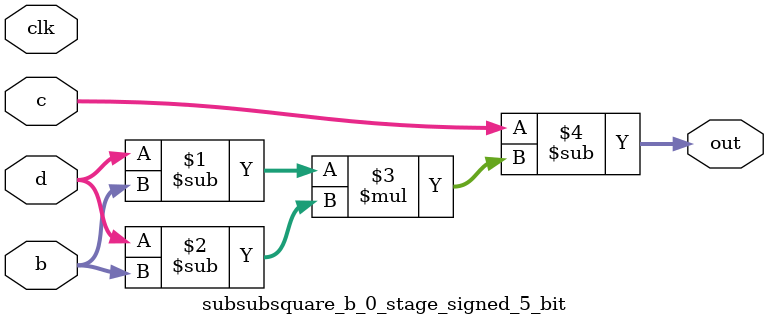
<source format=sv>
(* use_dsp = "yes" *) module subsubsquare_b_0_stage_signed_5_bit(
	input signed [4:0] b,
	input signed [4:0] c,
	input signed [4:0] d,
	output [4:0] out,
	input clk);

	assign out = c - ((d - b) * (d - b));
endmodule

</source>
